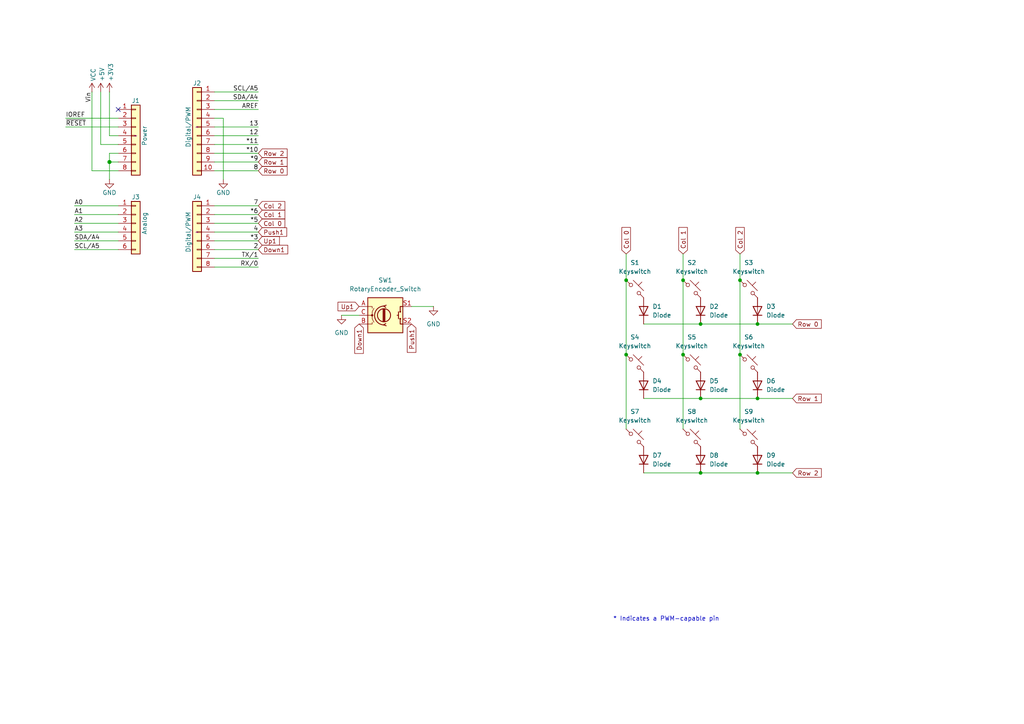
<source format=kicad_sch>
(kicad_sch (version 20250114) (generator "eeschema") (generator_version "9.0")
  (paper "A4")
  (title_block (date "mar. 31 mars 2015"))
  (lib_symbols
    (symbol "Connector_Generic:Conn_01x06" (pin_names (offset 1.016) (hide yes))
      (property "Reference" "J" (at 0 7.62 0))
      (property "Value" "Conn_01x06" (at 0 -10.16 0))
      (symbol "Conn_01x06_1_1"
        (rectangle (start -1.27 6.35) (end 1.27 -8.89) (stroke (width 0.254)) (fill (type background)))
        (rectangle (start -1.27 5.207) (end 0 4.953) (stroke (width 0.1524)))
        (rectangle (start -1.27 2.667) (end 0 2.413) (stroke (width 0.1524)))
        (rectangle (start -1.27 0.127) (end 0 -0.127) (stroke (width 0.1524)))
        (rectangle (start -1.27 -2.413) (end 0 -2.667) (stroke (width 0.1524)))
        (rectangle (start -1.27 -4.953) (end 0 -5.207) (stroke (width 0.1524)))
        (rectangle (start -1.27 -7.493) (end 0 -7.747) (stroke (width 0.1524)))
        (pin passive line (at -5.08 5.08 0) (length 3.81) (name "Pin_1") (number "1"))
        (pin passive line (at -5.08 2.54 0) (length 3.81) (name "Pin_2") (number "2"))
        (pin passive line (at -5.08 0 0) (length 3.81) (name "Pin_3") (number "3"))
        (pin passive line (at -5.08 -2.54 0) (length 3.81) (name "Pin_4") (number "4"))
        (pin passive line (at -5.08 -5.08 0) (length 3.81) (name "Pin_5") (number "5"))
        (pin passive line (at -5.08 -7.62 0) (length 3.81) (name "Pin_6") (number "6"))
      )
    )
    (symbol "Connector_Generic:Conn_01x08" (pin_names (offset 1.016) (hide yes))
      (property "Reference" "J" (at 0 10.16 0))
      (property "Value" "Conn_01x08" (at 0 -12.7 0))
      (symbol "Conn_01x08_1_1"
        (rectangle (start -1.27 8.89) (end 1.27 -11.43) (stroke (width 0.254)) (fill (type background)))
        (rectangle (start -1.27 7.747) (end 0 7.493) (stroke (width 0.1524)))
        (rectangle (start -1.27 5.207) (end 0 4.953) (stroke (width 0.1524)))
        (rectangle (start -1.27 2.667) (end 0 2.413) (stroke (width 0.1524)))
        (rectangle (start -1.27 0.127) (end 0 -0.127) (stroke (width 0.1524)))
        (rectangle (start -1.27 -2.413) (end 0 -2.667) (stroke (width 0.1524)))
        (rectangle (start -1.27 -4.953) (end 0 -5.207) (stroke (width 0.1524)))
        (rectangle (start -1.27 -7.493) (end 0 -7.747) (stroke (width 0.1524)))
        (rectangle (start -1.27 -10.033) (end 0 -10.287) (stroke (width 0.1524)))
        (pin passive line (at -5.08 7.62 0) (length 3.81) (name "Pin_1") (number "1"))
        (pin passive line (at -5.08 5.08 0) (length 3.81) (name "Pin_2") (number "2"))
        (pin passive line (at -5.08 2.54 0) (length 3.81) (name "Pin_3") (number "3"))
        (pin passive line (at -5.08 0 0) (length 3.81) (name "Pin_4") (number "4"))
        (pin passive line (at -5.08 -2.54 0) (length 3.81) (name "Pin_5") (number "5"))
        (pin passive line (at -5.08 -5.08 0) (length 3.81) (name "Pin_6") (number "6"))
        (pin passive line (at -5.08 -7.62 0) (length 3.81) (name "Pin_7") (number "7"))
        (pin passive line (at -5.08 -10.16 0) (length 3.81) (name "Pin_8") (number "8"))
      )
    )
    (symbol "Connector_Generic:Conn_01x10" (pin_names (offset 1.016) (hide yes))
      (property "Reference" "J" (at 0 12.7 0))
      (property "Value" "Conn_01x10" (at 0 -15.24 0))
      (symbol "Conn_01x10_1_1"
        (rectangle (start -1.27 11.43) (end 1.27 -13.97) (stroke (width 0.254)) (fill (type background)))
        (rectangle (start -1.27 10.287) (end 0 10.033) (stroke (width 0.1524)))
        (rectangle (start -1.27 7.747) (end 0 7.493) (stroke (width 0.1524)))
        (rectangle (start -1.27 5.207) (end 0 4.953) (stroke (width 0.1524)))
        (rectangle (start -1.27 2.667) (end 0 2.413) (stroke (width 0.1524)))
        (rectangle (start -1.27 0.127) (end 0 -0.127) (stroke (width 0.1524)))
        (rectangle (start -1.27 -2.413) (end 0 -2.667) (stroke (width 0.1524)))
        (rectangle (start -1.27 -4.953) (end 0 -5.207) (stroke (width 0.1524)))
        (rectangle (start -1.27 -7.493) (end 0 -7.747) (stroke (width 0.1524)))
        (rectangle (start -1.27 -10.033) (end 0 -10.287) (stroke (width 0.1524)))
        (rectangle (start -1.27 -12.573) (end 0 -12.827) (stroke (width 0.1524)))
        (pin passive line (at -5.08 10.16 0) (length 3.81) (name "Pin_1") (number "1"))
        (pin passive line (at -5.08 7.62 0) (length 3.81) (name "Pin_2") (number "2"))
        (pin passive line (at -5.08 5.08 0) (length 3.81) (name "Pin_3") (number "3"))
        (pin passive line (at -5.08 2.54 0) (length 3.81) (name "Pin_4") (number "4"))
        (pin passive line (at -5.08 0 0) (length 3.81) (name "Pin_5") (number "5"))
        (pin passive line (at -5.08 -2.54 0) (length 3.81) (name "Pin_6") (number "6"))
        (pin passive line (at -5.08 -5.08 0) (length 3.81) (name "Pin_7") (number "7"))
        (pin passive line (at -5.08 -7.62 0) (length 3.81) (name "Pin_8") (number "8"))
        (pin passive line (at -5.08 -10.16 0) (length 3.81) (name "Pin_9") (number "9"))
        (pin passive line (at -5.08 -12.7 0) (length 3.81) (name "Pin_10") (number "10"))
      )
    )
    (symbol "Device:RotaryEncoder_Switch" (pin_names (offset 0.254) (hide yes))
      (property "Reference" "SW" (at 0 6.604 0))
      (property "Value" "RotaryEncoder_Switch" (at 0 -6.604 0))
      (symbol "RotaryEncoder_Switch_0_1"
        (rectangle (start -5.08 5.08) (end 5.08 -5.08) (stroke (width 0.254)) (fill (type background)))
        (polyline (pts (xy -5.08 2.54) (xy -3.81 2.54) (xy -3.81 2.032)))
        (polyline (pts (xy -5.08 0) (xy -3.81 0) (xy -3.81 -1.016) (xy -3.302 -2.032)))
        (polyline (pts (xy -5.08 -2.54) (xy -3.81 -2.54) (xy -3.81 -2.032)))
        (polyline (pts (xy -4.318 0) (xy -3.81 0) (xy -3.81 1.016) (xy -3.302 2.032)))
        (circle (center -3.81 0) (radius 0.254) (fill (type outline)))
        (polyline (pts (xy -0.635 -1.778) (xy -0.635 1.778)) (stroke (width 0.254)))
        (circle (center -0.381 0) (radius 1.905) (stroke (width 0.254)))
        (polyline (pts (xy -0.381 -1.778) (xy -0.381 1.778)) (stroke (width 0.254)))
        (arc (start -0.381 -2.794) (mid -3.0988 -0.0635) (end -0.381 2.667) (stroke (width 0.254)))
        (polyline (pts (xy -0.127 1.778) (xy -0.127 -1.778)) (stroke (width 0.254)))
        (polyline (pts (xy 0.254 2.921) (xy -0.508 2.667) (xy 0.127 2.286)) (stroke (width 0.254)))
        (polyline (pts (xy 0.254 -3.048) (xy -0.508 -2.794) (xy 0.127 -2.413)) (stroke (width 0.254)))
        (polyline (pts (xy 3.81 1.016) (xy 3.81 -1.016)) (stroke (width 0.254)))
        (polyline (pts (xy 3.81 0) (xy 3.429 0)) (stroke (width 0.254)))
        (circle (center 4.318 1.016) (radius 0.127) (stroke (width 0.254)))
        (circle (center 4.318 -1.016) (radius 0.127) (stroke (width 0.254)))
        (polyline (pts (xy 5.08 2.54) (xy 4.318 2.54) (xy 4.318 1.016)) (stroke (width 0.254)))
        (polyline (pts (xy 5.08 -2.54) (xy 4.318 -2.54) (xy 4.318 -1.016)) (stroke (width 0.254)))
      )
      (symbol "RotaryEncoder_Switch_1_1"
        (pin passive line (at -7.62 2.54 0) (length 2.54) (name "A") (number "A"))
        (pin passive line (at -7.62 0 0) (length 2.54) (name "C") (number "C"))
        (pin passive line (at -7.62 -2.54 0) (length 2.54) (name "B") (number "B"))
        (pin passive line (at 7.62 2.54 180) (length 2.54) (name "S1") (number "S1"))
        (pin passive line (at 7.62 -2.54 180) (length 2.54) (name "S2") (number "S2"))
      )
    )
    (symbol "ScottoKeebs:Placeholder_Diode" (pin_numbers (hide yes)) (pin_names (hide yes))
      (property "Reference" "D" (at 0 2.54 0))
      (property "Value" "Diode" (at 0 -2.54 0))
      (symbol "Placeholder_Diode_0_1"
        (polyline (pts (xy -1.27 1.27) (xy -1.27 -1.27)) (stroke (width 0.254)))
        (polyline (pts (xy 1.27 1.27) (xy 1.27 -1.27) (xy -1.27 0) (xy 1.27 1.27)) (stroke (width 0.254)))
        (polyline (pts (xy 1.27 0) (xy -1.27 0)))
      )
      (symbol "Placeholder_Diode_1_1"
        (pin passive line (at -3.81 0 0) (length 2.54) (name "K") (number "1"))
        (pin passive line (at 3.81 0 180) (length 2.54) (name "A") (number "2"))
      )
    )
    (symbol "ScottoKeebs:Placeholder_Keyswitch" (pin_numbers (hide yes)) (pin_names (offset 1.016) (hide yes))
      (property "Reference" "S" (at 3.048 1.016 0))
      (property "Value" "Keyswitch" (at 0 -3.81 0))
      (symbol "Placeholder_Keyswitch_0_1"
        (polyline (pts (xy -2.54 2.54) (xy -1.524 1.524) (xy -1.524 1.524)))
        (circle (center -1.1684 1.1684) (radius 0.508))
        (polyline (pts (xy -0.508 2.54) (xy 2.54 -0.508)))
        (polyline (pts (xy 1.016 1.016) (xy 2.032 2.032)))
        (circle (center 1.143 -1.1938) (radius 0.508))
        (polyline (pts (xy 1.524 -1.524) (xy 2.54 -2.54) (xy 2.54 -2.54) (xy 2.54 -2.54)))
        (pin passive line (at -2.54 2.54 0) (length 0) (name "1") (number "1"))
        (pin passive line (at 2.54 -2.54 180) (length 0) (name "2") (number "2"))
      )
    )
    (symbol "power:+3V3" (power) (pin_numbers (hide yes)) (pin_names (offset 0) (hide yes))
      (property "Value" "+3V3" (at 0 3.556 0))
      (symbol "+3V3_0_1"
        (polyline (pts (xy -0.762 1.27) (xy 0 2.54)))
        (polyline (pts (xy 0 2.54) (xy 0.762 1.27)))
        (polyline (pts (xy 0 0) (xy 0 2.54)))
      )
      (symbol "+3V3_1_1"
        (pin power_in line (at 0 0 90) (length 0) (name "~") (number "1"))
      )
    )
    (symbol "power:+5V" (power) (pin_numbers (hide yes)) (pin_names (offset 0) (hide yes))
      (property "Value" "+5V" (at 0 3.556 0))
      (symbol "+5V_0_1"
        (polyline (pts (xy -0.762 1.27) (xy 0 2.54)))
        (polyline (pts (xy 0 2.54) (xy 0.762 1.27)))
        (polyline (pts (xy 0 0) (xy 0 2.54)))
      )
      (symbol "+5V_1_1"
        (pin power_in line (at 0 0 90) (length 0) (name "~") (number "1"))
      )
    )
    (symbol "power:GND" (power) (pin_numbers (hide yes)) (pin_names (offset 0) (hide yes))
      (property "Value" "GND" (at 0 -3.81 0))
      (symbol "GND_0_1"
        (polyline (pts (xy 0 0) (xy 0 -1.27) (xy 1.27 -1.27) (xy 0 -2.54) (xy -1.27 -1.27) (xy 0 -1.27)))
      )
      (symbol "GND_1_1"
        (pin power_in line (at 0 0 270) (length 0) (name "~") (number "1"))
      )
    )
    (symbol "power:VCC" (power) (pin_numbers (hide yes)) (pin_names (offset 0) (hide yes))
      (property "Value" "VCC" (at 0 3.556 0))
      (symbol "VCC_0_1"
        (polyline (pts (xy -0.762 1.27) (xy 0 2.54)))
        (polyline (pts (xy 0 2.54) (xy 0.762 1.27)))
        (polyline (pts (xy 0 0) (xy 0 2.54)))
      )
      (symbol "VCC_1_1"
        (pin power_in line (at 0 0 90) (length 0) (name "~") (number "1"))
      )
    )
  )
  (text "* Indicates a PWM-capable pin" (at 177.8 180.34 0) (effects (font (size 1.27 1.27)) (justify left bottom)))
  (junction (at 219.71 115.57))
  (junction (at 203.2 93.98))
  (junction (at 203.2 115.57))
  (junction (at 219.71 93.98))
  (junction (at 31.75 46.99) (diameter 1.016))
  (junction (at 203.2 137.16))
  (junction (at 214.63 102.87))
  (junction (at 198.12 102.87))
  (junction (at 219.71 137.16))
  (junction (at 181.61 102.87))
  (junction (at 198.12 81.28))
  (junction (at 181.61 81.28))
  (junction (at 214.63 81.28))
  (no_connect (at 34.29 31.75))
  (wire (pts (xy 62.23 77.47) (xy 74.93 77.47)))
  (wire (pts (xy 62.23 44.45) (xy 74.93 44.45)))
  (wire (pts (xy 198.12 73.66) (xy 198.12 81.28)))
  (wire (pts (xy 62.23 26.67) (xy 74.93 26.67)))
  (wire (pts (xy 31.75 44.45) (xy 31.75 46.99)))
  (wire (pts (xy 229.87 137.16) (xy 219.71 137.16)))
  (wire (pts (xy 21.59 72.39) (xy 34.29 72.39)))
  (wire (pts (xy 181.61 102.87) (xy 181.61 124.46)))
  (wire (pts (xy 214.63 81.28) (xy 214.63 102.87)))
  (wire (pts (xy 203.2 93.98) (xy 219.71 93.98)))
  (wire (pts (xy 31.75 46.99) (xy 31.75 52.07)))
  (wire (pts (xy 214.63 73.66) (xy 214.63 81.28)))
  (wire (pts (xy 31.75 39.37) (xy 34.29 39.37)))
  (wire (pts (xy 29.21 41.91) (xy 34.29 41.91)))
  (wire (pts (xy 229.87 115.57) (xy 219.71 115.57)))
  (wire (pts (xy 29.21 26.67) (xy 29.21 41.91)))
  (wire (pts (xy 62.23 36.83) (xy 74.93 36.83)))
  (wire (pts (xy 31.75 26.67) (xy 31.75 39.37)))
  (wire (pts (xy 62.23 59.69) (xy 74.93 59.69)))
  (wire (pts (xy 34.29 59.69) (xy 21.59 59.69)))
  (wire (pts (xy 62.23 39.37) (xy 74.93 39.37)))
  (wire (pts (xy 62.23 62.23) (xy 74.93 62.23)))
  (wire (pts (xy 203.2 137.16) (xy 219.71 137.16)))
  (wire (pts (xy 181.61 73.66) (xy 181.61 81.28)))
  (wire (pts (xy 62.23 46.99) (xy 74.93 46.99)))
  (wire (pts (xy 62.23 67.31) (xy 74.93 67.31)))
  (wire (pts (xy 198.12 102.87) (xy 198.12 124.46)))
  (wire (pts (xy 19.05 34.29) (xy 34.29 34.29)))
  (wire (pts (xy 186.69 115.57) (xy 203.2 115.57)))
  (wire (pts (xy 186.69 137.16) (xy 203.2 137.16)))
  (wire (pts (xy 186.69 93.98) (xy 203.2 93.98)))
  (wire (pts (xy 64.77 34.29) (xy 64.77 52.07)))
  (wire (pts (xy 62.23 31.75) (xy 74.93 31.75)))
  (wire (pts (xy 125.73 88.9) (xy 119.38 88.9)))
  (wire (pts (xy 34.29 64.77) (xy 21.59 64.77)))
  (wire (pts (xy 19.05 36.83) (xy 34.29 36.83)))
  (wire (pts (xy 34.29 46.99) (xy 31.75 46.99)))
  (wire (pts (xy 214.63 102.87) (xy 214.63 124.46)))
  (wire (pts (xy 34.29 49.53) (xy 26.67 49.53)))
  (wire (pts (xy 21.59 62.23) (xy 34.29 62.23)))
  (wire (pts (xy 229.87 93.98) (xy 219.71 93.98)))
  (wire (pts (xy 62.23 34.29) (xy 64.77 34.29)))
  (wire (pts (xy 198.12 81.28) (xy 198.12 102.87)))
  (wire (pts (xy 181.61 81.28) (xy 181.61 102.87)))
  (wire (pts (xy 34.29 44.45) (xy 31.75 44.45)))
  (wire (pts (xy 62.23 41.91) (xy 74.93 41.91)))
  (wire (pts (xy 62.23 64.77) (xy 74.93 64.77)))
  (wire (pts (xy 21.59 67.31) (xy 34.29 67.31)))
  (wire (pts (xy 99.06 91.44) (xy 104.14 91.44)))
  (wire (pts (xy 62.23 29.21) (xy 74.93 29.21)))
  (wire (pts (xy 62.23 72.39) (xy 74.93 72.39)))
  (wire (pts (xy 62.23 69.85) (xy 74.93 69.85)))
  (wire (pts (xy 62.23 74.93) (xy 74.93 74.93)))
  (wire (pts (xy 26.67 49.53) (xy 26.67 26.67)))
  (wire (pts (xy 34.29 69.85) (xy 21.59 69.85)))
  (wire (pts (xy 203.2 115.57) (xy 219.71 115.57)))
  (wire (pts (xy 62.23 49.53) (xy 74.93 49.53)))
  (label "RX{slash}0" (at 74.93 77.47 180))
  (label "A2" (at 21.59 64.77 0))
  (label "4" (at 74.93 67.31 180))
  (label "2" (at 74.93 72.39 180))
  (label "A3" (at 21.59 67.31 0))
  (label "13" (at 74.93 36.83 180))
  (label "12" (at 74.93 39.37 180))
  (label "~{RESET}" (at 19.05 36.83 0))
  (label "*10" (at 74.93 44.45 180))
  (label "7" (at 74.93 59.69 180))
  (label "SDA{slash}A4" (at 74.93 29.21 180))
  (label "8" (at 74.93 49.53 180))
  (label "*11" (at 74.93 41.91 180))
  (label "*3" (at 74.93 69.85 180))
  (label "A1" (at 21.59 62.23 0))
  (label "TX{slash}1" (at 74.93 74.93 180))
  (label "A0" (at 21.59 59.69 0))
  (label "AREF" (at 74.93 31.75 180))
  (label "Vin" (at 26.67 26.67 270))
  (label "*6" (at 74.93 62.23 180))
  (label "SCL{slash}A5" (at 74.93 26.67 180))
  (label "*9" (at 74.93 46.99 180))
  (label "*5" (at 74.93 64.77 180))
  (label "IOREF" (at 19.05 34.29 0))
  (label "SDA{slash}A4" (at 21.59 69.85 0))
  (label "SCL{slash}A5" (at 21.59 72.39 0))
  (global_label "Row 0" (shape input) (at 74.93 49.53 0) (property "Intersheetrefs" "${INTERSHEET_REFS}" (effects (hide yes))))
  (global_label "Row 2" (shape input) (at 74.93 44.45 0) (property "Intersheetrefs" "${INTERSHEET_REFS}" (effects (hide yes))))
  (global_label "Row 1" (shape input) (at 229.87 115.57 0) (property "Intersheetrefs" "${INTERSHEET_REFS}" (effects (hide yes))))
  (global_label "Row 2" (shape input) (at 229.87 137.16 0) (property "Intersheetrefs" "${INTERSHEET_REFS}" (effects (hide yes))))
  (global_label "Col 0" (shape input) (at 74.93 64.77 0) (property "Intersheetrefs" "${INTERSHEET_REFS}" (effects (hide yes))))
  (global_label "Col 2" (shape input) (at 214.63 73.66 90) (property "Intersheetrefs" "${INTERSHEET_REFS}" (effects (hide yes))))
  (global_label "Row 0" (shape input) (at 229.87 93.98 0) (property "Intersheetrefs" "${INTERSHEET_REFS}" (effects (hide yes))))
  (global_label "Up1" (shape input) (at 74.93 69.85 0) (property "Intersheetrefs" "${INTERSHEET_REFS}" (effects (hide yes))))
  (global_label "Col 1" (shape input) (at 198.12 73.66 90) (property "Intersheetrefs" "${INTERSHEET_REFS}" (effects (hide yes))))
  (global_label "Push1" (shape input) (at 74.93 67.31 0) (property "Intersheetrefs" "${INTERSHEET_REFS}" (effects (hide yes))))
  (global_label "Row 1" (shape input) (at 74.93 46.99 0) (property "Intersheetrefs" "${INTERSHEET_REFS}" (effects (hide yes))))
  (global_label "Up1" (shape input) (at 104.14 88.9 180) (property "Intersheetrefs" "${INTERSHEET_REFS}" (effects (hide yes))))
  (global_label "Down1" (shape input) (at 104.14 93.98 270) (property "Intersheetrefs" "${INTERSHEET_REFS}" (effects (hide yes))))
  (global_label "Col 1" (shape input) (at 74.93 62.23 0) (property "Intersheetrefs" "${INTERSHEET_REFS}" (effects (hide yes))))
  (global_label "Down1" (shape input) (at 74.93 72.39 0) (property "Intersheetrefs" "${INTERSHEET_REFS}" (effects (hide yes))))
  (global_label "Push1" (shape input) (at 119.38 93.98 270) (property "Intersheetrefs" "${INTERSHEET_REFS}" (effects (hide yes))))
  (global_label "Col 2" (shape input) (at 74.93 59.69 0) (property "Intersheetrefs" "${INTERSHEET_REFS}" (effects (hide yes))))
  (global_label "Col 0" (shape input) (at 181.61 73.66 90) (property "Intersheetrefs" "${INTERSHEET_REFS}" (effects (hide yes))))
  (symbol (lib_id "Connector_Generic:Conn_01x08") (at 39.37 39.37 0) (unit 1)
    (property "Reference" "J1" (at 39.37 29.21 0))
    (property "Value" "Power" (at 41.91 39.37 90))
    (property "Footprint" "Connector_PinSocket_2.54mm:PinSocket_1x08_P2.54mm_Vertical" (effects (hide yes)))
    (property "Datasheet" "~" (at 39.37 39.37 0))
    (property "Description" "Generic connector, single row, 01x08, script generated (kicad-library-utils/schlib/autogen/connector/)" (effects (hide yes)))
  )
  (symbol (lib_id "power:+3V3") (at 31.75 26.67 0) (unit 1)
    (property "Reference" "#PWR03" (effects (hide yes)))
    (property "Value" "+3V3" (at 32.131 23.622 90) (effects (justify left)))
    (property "Description" "Power symbol creates a global label with name \"+3V3\"" (effects (hide yes)))
  )
  (symbol (lib_id "power:+5V") (at 29.21 26.67 0) (unit 1)
    (property "Reference" "#PWR02" (effects (hide yes)))
    (property "Value" "+5V" (at 29.5656 23.622 90) (effects (justify left)))
    (property "Description" "Power symbol creates a global label with name \"+5V\"" (effects (hide yes)))
  )
  (symbol (lib_id "power:GND") (at 31.75 52.07 0) (unit 1)
    (property "Reference" "#PWR04" (effects (hide yes)))
    (property "Value" "GND" (at 31.75 55.88 0))
    (property "Description" "Power symbol creates a global label with name \"GND\" , ground" (effects (hide yes)))
  )
  (symbol (lib_id "Connector_Generic:Conn_01x10") (at 57.15 36.83 0) (mirror y) (unit 1)
    (property "Reference" "J2" (at 57.15 24.13 0))
    (property "Value" "Digital/PWM" (at 54.61 36.83 90))
    (property "Footprint" "Connector_PinSocket_2.54mm:PinSocket_1x10_P2.54mm_Vertical" (effects (hide yes)))
    (property "Datasheet" "~" (at 57.15 36.83 0))
    (property "Description" "Generic connector, single row, 01x10, script generated (kicad-library-utils/schlib/autogen/connector/)" (effects (hide yes)))
  )
  (symbol (lib_id "power:GND") (at 64.77 52.07 0) (unit 1)
    (property "Reference" "#PWR05" (effects (hide yes)))
    (property "Value" "GND" (at 64.77 55.88 0))
    (property "Description" "Power symbol creates a global label with name \"GND\" , ground" (effects (hide yes)))
  )
  (symbol (lib_id "Connector_Generic:Conn_01x06") (at 39.37 64.77 0) (unit 1)
    (property "Reference" "J3" (at 39.37 57.15 0))
    (property "Value" "Analog" (at 41.91 64.77 90))
    (property "Footprint" "Connector_PinSocket_2.54mm:PinSocket_1x06_P2.54mm_Vertical" (effects (hide yes)))
    (property "Description" "Generic connector, single row, 01x06, script generated (kicad-library-utils/schlib/autogen/connector/)" (effects (hide yes)))
  )
  (symbol (lib_id "Connector_Generic:Conn_01x08") (at 57.15 67.31 0) (mirror y) (unit 1)
    (property "Reference" "J4" (at 57.15 57.15 0))
    (property "Value" "Digital/PWM" (at 54.61 67.31 90))
    (property "Footprint" "Connector_PinSocket_2.54mm:PinSocket_1x08_P2.54mm_Vertical" (effects (hide yes)))
    (property "Datasheet" "~" (at 57.15 67.31 0))
    (property "Description" "Generic connector, single row, 01x08, script generated (kicad-library-utils/schlib/autogen/connector/)" (effects (hide yes)))
  )
  (symbol (lib_id "ScottoKeebs:Placeholder_Keyswitch") (at 200.66 83.82 0) (unit 1)
    (property "Reference" "S2" (at 200.66 76.2 0))
    (property "Value" "Keyswitch" (at 200.66 78.74 0))
    (property "Description" "Push button switch, normally open, two pins, 45° tilted" (effects (hide yes)))
  )
  (symbol (lib_id "ScottoKeebs:Placeholder_Keyswitch") (at 217.17 105.41 0) (unit 1)
    (property "Reference" "S6" (at 217.17 97.79 0))
    (property "Value" "Keyswitch" (at 217.17 100.33 0))
    (property "Description" "Push button switch, normally open, two pins, 45° tilted" (effects (hide yes)))
  )
  (symbol (lib_id "ScottoKeebs:Placeholder_Diode") (at 186.69 90.17 90) (unit 1)
    (property "Reference" "D1" (at 189.23 88.8999 90) (effects (justify right)))
    (property "Value" "Diode" (at 189.23 91.4399 90) (effects (justify right)))
    (property "Description" "1N4148 (DO-35) or 1N4148W (SOD-123)" (effects (hide yes)))
    (property "Sim.Device" "D" (effects (hide yes)))
    (property "Sim.Pins" "1=K 2=A" (effects (hide yes)))
  )
  (symbol (lib_id "ScottoKeebs:Placeholder_Keyswitch") (at 184.15 105.41 0) (unit 1)
    (property "Reference" "S4" (at 184.15 97.79 0))
    (property "Value" "Keyswitch" (at 184.15 100.33 0))
    (property "Description" "Push button switch, normally open, two pins, 45° tilted" (effects (hide yes)))
  )
  (symbol (lib_id "ScottoKeebs:Placeholder_Keyswitch") (at 184.15 127 0) (unit 1)
    (property "Reference" "S7" (at 184.15 119.38 0))
    (property "Value" "Keyswitch" (at 184.15 121.92 0))
    (property "Description" "Push button switch, normally open, two pins, 45° tilted" (effects (hide yes)))
  )
  (symbol (lib_id "ScottoKeebs:Placeholder_Keyswitch") (at 200.66 127 0) (unit 1)
    (property "Reference" "S8" (at 200.66 119.38 0))
    (property "Value" "Keyswitch" (at 200.66 121.92 0))
    (property "Description" "Push button switch, normally open, two pins, 45° tilted" (effects (hide yes)))
  )
  (symbol (lib_id "ScottoKeebs:Placeholder_Diode") (at 219.71 133.35 90) (unit 1)
    (property "Reference" "D9" (at 222.25 132.0799 90) (effects (justify right)))
    (property "Value" "Diode" (at 222.25 134.6199 90) (effects (justify right)))
    (property "Description" "1N4148 (DO-35) or 1N4148W (SOD-123)" (effects (hide yes)))
    (property "Sim.Device" "D" (effects (hide yes)))
    (property "Sim.Pins" "1=K 2=A" (effects (hide yes)))
  )
  (symbol (lib_id "power:VCC") (at 26.67 26.67 0) (unit 1)
    (property "Reference" "#PWR01" (effects (hide yes)))
    (property "Value" "VCC" (at 27.051 23.622 90) (effects (justify left)))
    (property "Description" "Power symbol creates a global label with name \"VCC\"" (effects (hide yes)))
  )
  (symbol (lib_id "ScottoKeebs:Placeholder_Diode") (at 219.71 111.76 90) (unit 1)
    (property "Reference" "D6" (at 222.25 110.4899 90) (effects (justify right)))
    (property "Value" "Diode" (at 222.25 113.0299 90) (effects (justify right)))
    (property "Description" "1N4148 (DO-35) or 1N4148W (SOD-123)" (effects (hide yes)))
    (property "Sim.Device" "D" (effects (hide yes)))
    (property "Sim.Pins" "1=K 2=A" (effects (hide yes)))
  )
  (symbol (lib_id "ScottoKeebs:Placeholder_Diode") (at 219.71 90.17 90) (unit 1)
    (property "Reference" "D3" (at 222.25 88.8999 90) (effects (justify right)))
    (property "Value" "Diode" (at 222.25 91.4399 90) (effects (justify right)))
    (property "Description" "1N4148 (DO-35) or 1N4148W (SOD-123)" (effects (hide yes)))
    (property "Sim.Device" "D" (effects (hide yes)))
    (property "Sim.Pins" "1=K 2=A" (effects (hide yes)))
  )
  (symbol (lib_id "power:GND") (at 99.06 91.44 0) (unit 1)
    (property "Reference" "#PWR06" (effects (hide yes)))
    (property "Value" "GND" (at 99.06 96.52 0))
    (property "Description" "Power symbol creates a global label with name \"GND\" , ground" (effects (hide yes)))
  )
  (symbol (lib_id "power:GND") (at 125.73 88.9 0) (unit 1)
    (property "Reference" "#PWR07" (effects (hide yes)))
    (property "Value" "GND" (at 125.73 93.98 0))
    (property "Description" "Power symbol creates a global label with name \"GND\" , ground" (effects (hide yes)))
  )
  (symbol (lib_id "Device:RotaryEncoder_Switch") (at 111.76 91.44 0) (unit 1)
    (property "Reference" "SW1" (at 111.76 81.28 0))
    (property "Value" "RotaryEncoder_Switch" (at 111.76 83.82 0))
    (property "Description" "Rotary encoder, dual channel, incremental quadrate outputs, with switch" (effects (hide yes)))
  )
  (symbol (lib_id "ScottoKeebs:Placeholder_Diode") (at 203.2 133.35 90) (unit 1)
    (property "Reference" "D8" (at 205.74 132.0799 90) (effects (justify right)))
    (property "Value" "Diode" (at 205.74 134.6199 90) (effects (justify right)))
    (property "Description" "1N4148 (DO-35) or 1N4148W (SOD-123)" (effects (hide yes)))
    (property "Sim.Device" "D" (effects (hide yes)))
    (property "Sim.Pins" "1=K 2=A" (effects (hide yes)))
  )
  (symbol (lib_id "ScottoKeebs:Placeholder_Diode") (at 186.69 111.76 90) (unit 1)
    (property "Reference" "D4" (at 189.23 110.4899 90) (effects (justify right)))
    (property "Value" "Diode" (at 189.23 113.0299 90) (effects (justify right)))
    (property "Description" "1N4148 (DO-35) or 1N4148W (SOD-123)" (effects (hide yes)))
    (property "Sim.Device" "D" (effects (hide yes)))
    (property "Sim.Pins" "1=K 2=A" (effects (hide yes)))
  )
  (symbol (lib_id "ScottoKeebs:Placeholder_Diode") (at 203.2 111.76 90) (unit 1)
    (property "Reference" "D5" (at 205.74 110.4899 90) (effects (justify right)))
    (property "Value" "Diode" (at 205.74 113.0299 90) (effects (justify right)))
    (property "Description" "1N4148 (DO-35) or 1N4148W (SOD-123)" (effects (hide yes)))
    (property "Sim.Device" "D" (effects (hide yes)))
    (property "Sim.Pins" "1=K 2=A" (effects (hide yes)))
  )
  (symbol (lib_id "ScottoKeebs:Placeholder_Diode") (at 203.2 90.17 90) (unit 1)
    (property "Reference" "D2" (at 205.74 88.8999 90) (effects (justify right)))
    (property "Value" "Diode" (at 205.74 91.4399 90) (effects (justify right)))
    (property "Description" "1N4148 (DO-35) or 1N4148W (SOD-123)" (effects (hide yes)))
    (property "Sim.Device" "D" (effects (hide yes)))
    (property "Sim.Pins" "1=K 2=A" (effects (hide yes)))
  )
  (symbol (lib_id "ScottoKeebs:Placeholder_Keyswitch") (at 200.66 105.41 0) (unit 1)
    (property "Reference" "S5" (at 200.66 97.79 0))
    (property "Value" "Keyswitch" (at 200.66 100.33 0))
    (property "Description" "Push button switch, normally open, two pins, 45° tilted" (effects (hide yes)))
  )
  (symbol (lib_id "ScottoKeebs:Placeholder_Keyswitch") (at 217.17 127 0) (unit 1)
    (property "Reference" "S9" (at 217.17 119.38 0))
    (property "Value" "Keyswitch" (at 217.17 121.92 0))
    (property "Description" "Push button switch, normally open, two pins, 45° tilted" (effects (hide yes)))
  )
  (symbol (lib_id "ScottoKeebs:Placeholder_Keyswitch") (at 217.17 83.82 0) (unit 1)
    (property "Reference" "S3" (at 217.17 76.2 0))
    (property "Value" "Keyswitch" (at 217.17 78.74 0))
    (property "Description" "Push button switch, normally open, two pins, 45° tilted" (effects (hide yes)))
  )
  (symbol (lib_id "ScottoKeebs:Placeholder_Keyswitch") (at 184.15 83.82 0) (unit 1)
    (property "Reference" "S1" (at 184.15 76.2 0))
    (property "Value" "Keyswitch" (at 184.15 78.74 0))
    (property "Description" "Push button switch, normally open, two pins, 45° tilted" (effects (hide yes)))
  )
  (symbol (lib_id "ScottoKeebs:Placeholder_Diode") (at 186.69 133.35 90) (unit 1)
    (property "Reference" "D7" (at 189.23 132.0799 90) (effects (justify right)))
    (property "Value" "Diode" (at 189.23 134.6199 90) (effects (justify right)))
    (property "Description" "1N4148 (DO-35) or 1N4148W (SOD-123)" (effects (hide yes)))
    (property "Sim.Device" "D" (effects (hide yes)))
    (property "Sim.Pins" "1=K 2=A" (effects (hide yes)))
  )
)
</source>
